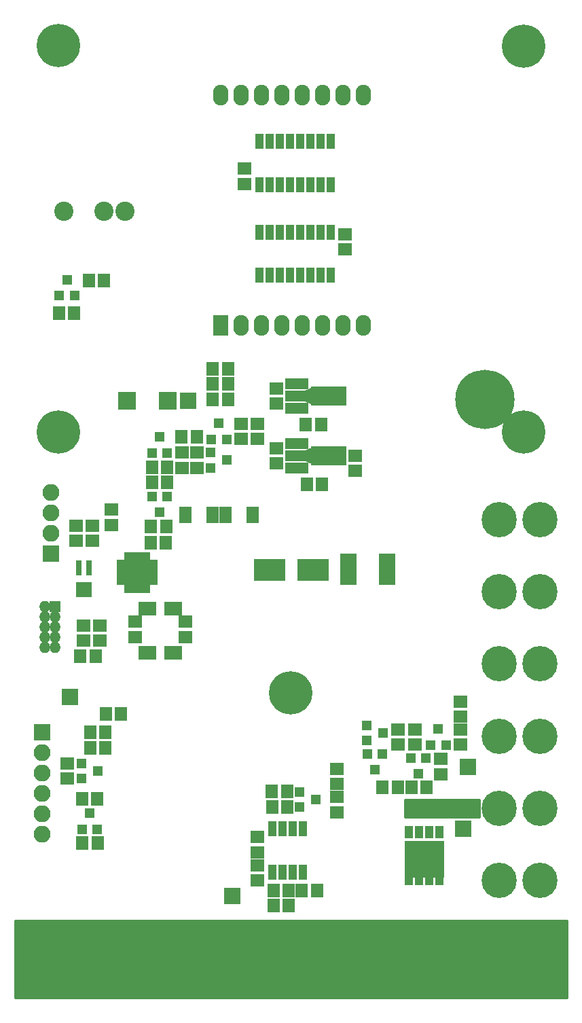
<source format=gbr>
G04 #@! TF.FileFunction,Soldermask,Bot*
%FSLAX46Y46*%
G04 Gerber Fmt 4.6, Leading zero omitted, Abs format (unit mm)*
G04 Created by KiCad (PCBNEW 4.0.7-e2-6376~58~ubuntu16.04.1) date Mon Jan 29 21:07:09 2018*
%MOMM*%
%LPD*%
G01*
G04 APERTURE LIST*
%ADD10C,0.100000*%
%ADD11C,7.400000*%
%ADD12C,5.400000*%
%ADD13C,2.400000*%
%ADD14R,3.900000X2.700000*%
%ADD15R,1.300000X1.200000*%
%ADD16R,1.200000X1.300000*%
%ADD17R,0.800000X1.900000*%
%ADD18C,4.400000*%
%ADD19R,2.000000X3.900000*%
%ADD20R,1.700000X1.500000*%
%ADD21R,1.500000X1.700000*%
%ADD22R,1.400000X1.400000*%
%ADD23O,1.400000X1.400000*%
%ADD24R,2.300000X1.700000*%
%ADD25R,1.250000X0.700000*%
%ADD26R,0.700000X1.250000*%
%ADD27R,1.700000X1.700000*%
%ADD28R,1.000000X1.900000*%
%ADD29R,1.000000X1.950000*%
%ADD30R,2.300000X2.300000*%
%ADD31R,2.100000X2.100000*%
%ADD32R,1.900000X2.600000*%
%ADD33O,1.900000X2.600000*%
%ADD34R,1.100000X1.600000*%
%ADD35R,4.900000X4.690000*%
%ADD36R,1.950000X2.000000*%
%ADD37R,1.950000X1.600000*%
%ADD38O,2.100000X2.100000*%
%ADD39R,1.500000X2.050000*%
%ADD40R,2.900000X1.400000*%
%ADD41R,4.400000X2.400000*%
%ADD42C,0.254000*%
G04 APERTURE END LIST*
D10*
D11*
X119160000Y-98100000D03*
D12*
X124020000Y-102210000D03*
X95010000Y-134720000D03*
X66020000Y-102220000D03*
D13*
X71710000Y-74680000D03*
X74309840Y-74680000D03*
X66710160Y-74680000D03*
D12*
X66020000Y-54040000D03*
X124030000Y-54100000D03*
X124020000Y-167220000D03*
D14*
X92380000Y-119360000D03*
X97780000Y-119360000D03*
D15*
X104470000Y-140660000D03*
X104470000Y-138760000D03*
X106470000Y-139710000D03*
D16*
X109920000Y-142810000D03*
X111820000Y-142810000D03*
X110870000Y-144810000D03*
D17*
X69840000Y-121820000D03*
X69190000Y-121820000D03*
X68540000Y-121820000D03*
X68540000Y-119160000D03*
X69840000Y-119160000D03*
D18*
X120920000Y-122100000D03*
X126000000Y-122100000D03*
X120920000Y-131100000D03*
X126000000Y-131100000D03*
X120920000Y-158100000D03*
X126000000Y-158100000D03*
D19*
X107010000Y-119320000D03*
X102130000Y-119320000D03*
D20*
X70240000Y-115740000D03*
X70240000Y-113840000D03*
X68240000Y-115740000D03*
X68240000Y-113840000D03*
D21*
X98770000Y-101300000D03*
X96870000Y-101300000D03*
X77520000Y-116020000D03*
X79420000Y-116020000D03*
D20*
X93220000Y-96750000D03*
X93220000Y-98650000D03*
X81870000Y-127730000D03*
X81870000Y-125830000D03*
X75540000Y-127730000D03*
X75540000Y-125830000D03*
X116150000Y-141180000D03*
X116150000Y-139280000D03*
X69180000Y-126320000D03*
X69180000Y-128220000D03*
D21*
X98250000Y-159330000D03*
X96350000Y-159330000D03*
D20*
X100700000Y-144180000D03*
X100700000Y-146080000D03*
D22*
X65580000Y-123950000D03*
D23*
X64310000Y-123950000D03*
X65580000Y-125220000D03*
X64310000Y-125220000D03*
X65580000Y-126490000D03*
X64310000Y-126490000D03*
X65580000Y-127760000D03*
X64310000Y-127760000D03*
X65580000Y-129030000D03*
X64310000Y-129030000D03*
D12*
X66020000Y-167210000D03*
D24*
X80320000Y-124180000D03*
X80315000Y-129680000D03*
X77115000Y-129680000D03*
X77115000Y-124180000D03*
D20*
X90800000Y-156180000D03*
X90800000Y-158080000D03*
X72640000Y-111870000D03*
X72640000Y-113770000D03*
X110470000Y-139260000D03*
X110470000Y-141160000D03*
X108370000Y-141160000D03*
X108370000Y-139260000D03*
D16*
X104520000Y-142310000D03*
X106420000Y-142310000D03*
X105470000Y-144310000D03*
X114320000Y-141210000D03*
X112420000Y-141210000D03*
X113370000Y-139210000D03*
D15*
X96090000Y-148940000D03*
X96090000Y-147040000D03*
X98090000Y-147990000D03*
D21*
X110020000Y-146510000D03*
X111920000Y-146510000D03*
X106420000Y-146510000D03*
X108320000Y-146510000D03*
D20*
X100700000Y-149580000D03*
X100700000Y-147680000D03*
D21*
X92820000Y-159320000D03*
X94720000Y-159320000D03*
D20*
X113680000Y-142940000D03*
X113680000Y-144840000D03*
X90800000Y-152680000D03*
X90800000Y-154580000D03*
X116130000Y-137700000D03*
X116130000Y-135800000D03*
D21*
X92630000Y-147010000D03*
X94530000Y-147010000D03*
X94550000Y-148910000D03*
X92650000Y-148910000D03*
D25*
X77790000Y-118440000D03*
X77790000Y-118940000D03*
X77790000Y-119440000D03*
X77790000Y-119940000D03*
X77790000Y-120440000D03*
X77790000Y-120940000D03*
D26*
X77090000Y-121640000D03*
X76590000Y-121640000D03*
X76090000Y-121640000D03*
X75590000Y-121640000D03*
X75090000Y-121640000D03*
X74590000Y-121640000D03*
D25*
X73890000Y-120940000D03*
X73890000Y-120440000D03*
X73890000Y-119940000D03*
X73890000Y-119440000D03*
X73890000Y-118940000D03*
X73890000Y-118440000D03*
D26*
X74590000Y-117740000D03*
X75090000Y-117740000D03*
X75590000Y-117740000D03*
X76090000Y-117740000D03*
X76590000Y-117740000D03*
X77090000Y-117740000D03*
D27*
X75190000Y-120340000D03*
X75190000Y-119040000D03*
X76490000Y-120340000D03*
X76490000Y-119040000D03*
D28*
X91075000Y-65990000D03*
X92345000Y-65990000D03*
X93615000Y-65990000D03*
X94885000Y-65990000D03*
X96155000Y-65990000D03*
X97425000Y-65990000D03*
X98695000Y-65990000D03*
X99965000Y-65990000D03*
X99965000Y-71390000D03*
X98695000Y-71390000D03*
X97425000Y-71390000D03*
X96155000Y-71390000D03*
X94885000Y-71390000D03*
X93615000Y-71390000D03*
X92345000Y-71390000D03*
X91075000Y-71390000D03*
X99965000Y-82670000D03*
X98695000Y-82670000D03*
X97425000Y-82670000D03*
X96155000Y-82670000D03*
X94885000Y-82670000D03*
X93615000Y-82670000D03*
X92345000Y-82670000D03*
X91075000Y-82670000D03*
X91075000Y-77270000D03*
X92345000Y-77270000D03*
X93615000Y-77270000D03*
X94885000Y-77270000D03*
X96155000Y-77270000D03*
X97425000Y-77270000D03*
X98695000Y-77270000D03*
X99965000Y-77270000D03*
D29*
X92695000Y-151630000D03*
X93965000Y-151630000D03*
X95235000Y-151630000D03*
X96505000Y-151630000D03*
X96505000Y-157030000D03*
X95235000Y-157030000D03*
X93965000Y-157030000D03*
X92695000Y-157030000D03*
D20*
X89210000Y-69370000D03*
X89210000Y-71270000D03*
X101760000Y-79430000D03*
X101760000Y-77530000D03*
D18*
X120920000Y-140100000D03*
X126000000Y-140100000D03*
D30*
X79640000Y-98290000D03*
X74560000Y-98290000D03*
D31*
X87700000Y-160040000D03*
X116510000Y-151630000D03*
X117090000Y-143940000D03*
D32*
X86210000Y-88910000D03*
D33*
X88750000Y-88910000D03*
X91290000Y-88910000D03*
X93830000Y-88910000D03*
X93830000Y-60240000D03*
X91290000Y-60240000D03*
X88750000Y-60240000D03*
X86210000Y-60240000D03*
X96370000Y-88910000D03*
X98910000Y-88910000D03*
X101450000Y-88910000D03*
X103990000Y-88910000D03*
X96370000Y-60240000D03*
X98910000Y-60240000D03*
X101450000Y-60240000D03*
X103990000Y-60240000D03*
D21*
X92820000Y-161190000D03*
X94720000Y-161190000D03*
D31*
X82180000Y-98290000D03*
D34*
X109730000Y-152090000D03*
X111000000Y-152090000D03*
X112280000Y-152090000D03*
X113550000Y-152090000D03*
X113550000Y-157890000D03*
X112280000Y-157890000D03*
X111000000Y-157890000D03*
X109730000Y-157890000D03*
D35*
X111640000Y-155490000D03*
D36*
X110550000Y-156240000D03*
X112730000Y-156240000D03*
D37*
X110550000Y-154240000D03*
X112730000Y-154240000D03*
D21*
X68730000Y-130170000D03*
X70630000Y-130170000D03*
D18*
X120920000Y-149100000D03*
X126000000Y-149100000D03*
D21*
X69990000Y-139640000D03*
X71890000Y-139640000D03*
D16*
X68040000Y-85200000D03*
X66140000Y-85200000D03*
X67090000Y-83200000D03*
D31*
X65050000Y-117370000D03*
D38*
X65050000Y-114830000D03*
X65050000Y-112290000D03*
X65050000Y-109750000D03*
D21*
X98870000Y-108700000D03*
X96970000Y-108700000D03*
D20*
X93160000Y-104230000D03*
X93160000Y-106130000D03*
D21*
X77570000Y-114000000D03*
X79470000Y-114000000D03*
D39*
X85220000Y-112500000D03*
X81820000Y-112500000D03*
D18*
X120920000Y-113100000D03*
X126000000Y-113100000D03*
D15*
X68920000Y-145380000D03*
X68920000Y-143480000D03*
X70920000Y-144430000D03*
D16*
X79570000Y-104800000D03*
X77670000Y-104800000D03*
X78620000Y-102800000D03*
X77670000Y-110200000D03*
X79570000Y-110200000D03*
X78620000Y-112200000D03*
D20*
X67140000Y-143500000D03*
X67140000Y-145400000D03*
D21*
X69960000Y-141600000D03*
X71860000Y-141600000D03*
D20*
X103020000Y-105150000D03*
X103020000Y-107050000D03*
D21*
X87170000Y-94300000D03*
X85270000Y-94300000D03*
D20*
X83320000Y-106650000D03*
X83320000Y-104750000D03*
D21*
X85270000Y-98100000D03*
X87170000Y-98100000D03*
X83270000Y-102800000D03*
X81370000Y-102800000D03*
D40*
X95760000Y-106670000D03*
X95760000Y-105170000D03*
X95760000Y-103670000D03*
D41*
X99720000Y-105170000D03*
D10*
G36*
X96795000Y-104470000D02*
X97945000Y-103970000D01*
X97945000Y-106370000D01*
X96795000Y-105870000D01*
X96795000Y-104470000D01*
X96795000Y-104470000D01*
G37*
D16*
X86970000Y-103100000D03*
X85070000Y-103100000D03*
X86020000Y-101100000D03*
D15*
X85020000Y-106650000D03*
X85020000Y-104750000D03*
X87020000Y-105700000D03*
D21*
X87170000Y-96200000D03*
X85270000Y-96200000D03*
D20*
X90820000Y-101150000D03*
X90820000Y-103050000D03*
X88820000Y-103050000D03*
X88820000Y-101150000D03*
X81420000Y-104750000D03*
X81420000Y-106650000D03*
D21*
X77670000Y-108500000D03*
X79570000Y-108500000D03*
X79570000Y-106600000D03*
X77670000Y-106600000D03*
D40*
X95740000Y-99200000D03*
X95740000Y-97700000D03*
X95740000Y-96200000D03*
D41*
X99700000Y-97700000D03*
D10*
G36*
X96775000Y-97000000D02*
X97925000Y-96500000D01*
X97925000Y-98900000D01*
X96775000Y-98400000D01*
X96775000Y-97000000D01*
X96775000Y-97000000D01*
G37*
D39*
X90220000Y-112500000D03*
X86820000Y-112500000D03*
D21*
X66080000Y-87390000D03*
X67980000Y-87390000D03*
X71700000Y-83290000D03*
X69800000Y-83290000D03*
D20*
X71160000Y-128230000D03*
X71160000Y-126330000D03*
D16*
X70880000Y-151710000D03*
X68980000Y-151710000D03*
X69930000Y-149710000D03*
D21*
X71920000Y-137300000D03*
X73820000Y-137300000D03*
X68990000Y-153450000D03*
X70890000Y-153450000D03*
X70860000Y-147910000D03*
X68960000Y-147910000D03*
D31*
X67430000Y-135230000D03*
X63950000Y-139580000D03*
D38*
X63950000Y-142120000D03*
X63950000Y-144660000D03*
X63950000Y-147200000D03*
X63950000Y-149740000D03*
X63950000Y-152280000D03*
D42*
G36*
X129433000Y-172693000D02*
X60587000Y-172693000D01*
X60587000Y-163057000D01*
X129433000Y-163057000D01*
X129433000Y-172693000D01*
X129433000Y-172693000D01*
G37*
X129433000Y-172693000D02*
X60587000Y-172693000D01*
X60587000Y-163057000D01*
X129433000Y-163057000D01*
X129433000Y-172693000D01*
G36*
X118473000Y-150243000D02*
X109187000Y-150243000D01*
X109187000Y-147987000D01*
X118473000Y-147987000D01*
X118473000Y-150243000D01*
X118473000Y-150243000D01*
G37*
X118473000Y-150243000D02*
X109187000Y-150243000D01*
X109187000Y-147987000D01*
X118473000Y-147987000D01*
X118473000Y-150243000D01*
M02*

</source>
